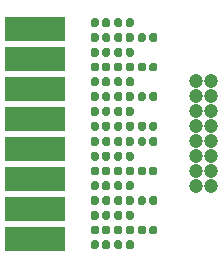
<source format=gbr>
%TF.GenerationSoftware,KiCad,Pcbnew,5.1.6-c6e7f7d~87~ubuntu18.04.1*%
%TF.CreationDate,2020-10-17T23:49:05-07:00*%
%TF.ProjectId,LA_Adapter,4c415f41-6461-4707-9465-722e6b696361,rev?*%
%TF.SameCoordinates,Original*%
%TF.FileFunction,Soldermask,Bot*%
%TF.FilePolarity,Negative*%
%FSLAX46Y46*%
G04 Gerber Fmt 4.6, Leading zero omitted, Abs format (unit mm)*
G04 Created by KiCad (PCBNEW 5.1.6-c6e7f7d~87~ubuntu18.04.1) date 2020-10-17 23:49:05*
%MOMM*%
%LPD*%
G01*
G04 APERTURE LIST*
%ADD10C,1.200000*%
%ADD11R,5.100000X2.100000*%
G04 APERTURE END LIST*
%TO.C,R24*%
G36*
G01*
X26890000Y-112597500D02*
X26890000Y-112202500D01*
G75*
G02*
X27062500Y-112030000I172500J0D01*
G01*
X27407500Y-112030000D01*
G75*
G02*
X27580000Y-112202500I0J-172500D01*
G01*
X27580000Y-112597500D01*
G75*
G02*
X27407500Y-112770000I-172500J0D01*
G01*
X27062500Y-112770000D01*
G75*
G02*
X26890000Y-112597500I0J172500D01*
G01*
G37*
G36*
G01*
X25920000Y-112597500D02*
X25920000Y-112202500D01*
G75*
G02*
X26092500Y-112030000I172500J0D01*
G01*
X26437500Y-112030000D01*
G75*
G02*
X26610000Y-112202500I0J-172500D01*
G01*
X26610000Y-112597500D01*
G75*
G02*
X26437500Y-112770000I-172500J0D01*
G01*
X26092500Y-112770000D01*
G75*
G02*
X25920000Y-112597500I0J172500D01*
G01*
G37*
%TD*%
%TO.C,R23*%
G36*
G01*
X26890000Y-103797500D02*
X26890000Y-103402500D01*
G75*
G02*
X27062500Y-103230000I172500J0D01*
G01*
X27407500Y-103230000D01*
G75*
G02*
X27580000Y-103402500I0J-172500D01*
G01*
X27580000Y-103797500D01*
G75*
G02*
X27407500Y-103970000I-172500J0D01*
G01*
X27062500Y-103970000D01*
G75*
G02*
X26890000Y-103797500I0J172500D01*
G01*
G37*
G36*
G01*
X25920000Y-103797500D02*
X25920000Y-103402500D01*
G75*
G02*
X26092500Y-103230000I172500J0D01*
G01*
X26437500Y-103230000D01*
G75*
G02*
X26610000Y-103402500I0J-172500D01*
G01*
X26610000Y-103797500D01*
G75*
G02*
X26437500Y-103970000I-172500J0D01*
G01*
X26092500Y-103970000D01*
G75*
G02*
X25920000Y-103797500I0J172500D01*
G01*
G37*
%TD*%
%TO.C,R22*%
G36*
G01*
X26890000Y-110097500D02*
X26890000Y-109702500D01*
G75*
G02*
X27062500Y-109530000I172500J0D01*
G01*
X27407500Y-109530000D01*
G75*
G02*
X27580000Y-109702500I0J-172500D01*
G01*
X27580000Y-110097500D01*
G75*
G02*
X27407500Y-110270000I-172500J0D01*
G01*
X27062500Y-110270000D01*
G75*
G02*
X26890000Y-110097500I0J172500D01*
G01*
G37*
G36*
G01*
X25920000Y-110097500D02*
X25920000Y-109702500D01*
G75*
G02*
X26092500Y-109530000I172500J0D01*
G01*
X26437500Y-109530000D01*
G75*
G02*
X26610000Y-109702500I0J-172500D01*
G01*
X26610000Y-110097500D01*
G75*
G02*
X26437500Y-110270000I-172500J0D01*
G01*
X26092500Y-110270000D01*
G75*
G02*
X25920000Y-110097500I0J172500D01*
G01*
G37*
%TD*%
%TO.C,R21*%
G36*
G01*
X26890000Y-101297500D02*
X26890000Y-100902500D01*
G75*
G02*
X27062500Y-100730000I172500J0D01*
G01*
X27407500Y-100730000D01*
G75*
G02*
X27580000Y-100902500I0J-172500D01*
G01*
X27580000Y-101297500D01*
G75*
G02*
X27407500Y-101470000I-172500J0D01*
G01*
X27062500Y-101470000D01*
G75*
G02*
X26890000Y-101297500I0J172500D01*
G01*
G37*
G36*
G01*
X25920000Y-101297500D02*
X25920000Y-100902500D01*
G75*
G02*
X26092500Y-100730000I172500J0D01*
G01*
X26437500Y-100730000D01*
G75*
G02*
X26610000Y-100902500I0J-172500D01*
G01*
X26610000Y-101297500D01*
G75*
G02*
X26437500Y-101470000I-172500J0D01*
G01*
X26092500Y-101470000D01*
G75*
G02*
X25920000Y-101297500I0J172500D01*
G01*
G37*
%TD*%
%TO.C,R20*%
G36*
G01*
X26890000Y-107597500D02*
X26890000Y-107202500D01*
G75*
G02*
X27062500Y-107030000I172500J0D01*
G01*
X27407500Y-107030000D01*
G75*
G02*
X27580000Y-107202500I0J-172500D01*
G01*
X27580000Y-107597500D01*
G75*
G02*
X27407500Y-107770000I-172500J0D01*
G01*
X27062500Y-107770000D01*
G75*
G02*
X26890000Y-107597500I0J172500D01*
G01*
G37*
G36*
G01*
X25920000Y-107597500D02*
X25920000Y-107202500D01*
G75*
G02*
X26092500Y-107030000I172500J0D01*
G01*
X26437500Y-107030000D01*
G75*
G02*
X26610000Y-107202500I0J-172500D01*
G01*
X26610000Y-107597500D01*
G75*
G02*
X26437500Y-107770000I-172500J0D01*
G01*
X26092500Y-107770000D01*
G75*
G02*
X25920000Y-107597500I0J172500D01*
G01*
G37*
%TD*%
%TO.C,R19*%
G36*
G01*
X26890000Y-98797500D02*
X26890000Y-98402500D01*
G75*
G02*
X27062500Y-98230000I172500J0D01*
G01*
X27407500Y-98230000D01*
G75*
G02*
X27580000Y-98402500I0J-172500D01*
G01*
X27580000Y-98797500D01*
G75*
G02*
X27407500Y-98970000I-172500J0D01*
G01*
X27062500Y-98970000D01*
G75*
G02*
X26890000Y-98797500I0J172500D01*
G01*
G37*
G36*
G01*
X25920000Y-98797500D02*
X25920000Y-98402500D01*
G75*
G02*
X26092500Y-98230000I172500J0D01*
G01*
X26437500Y-98230000D01*
G75*
G02*
X26610000Y-98402500I0J-172500D01*
G01*
X26610000Y-98797500D01*
G75*
G02*
X26437500Y-98970000I-172500J0D01*
G01*
X26092500Y-98970000D01*
G75*
G02*
X25920000Y-98797500I0J172500D01*
G01*
G37*
%TD*%
%TO.C,R18*%
G36*
G01*
X26890000Y-105097500D02*
X26890000Y-104702500D01*
G75*
G02*
X27062500Y-104530000I172500J0D01*
G01*
X27407500Y-104530000D01*
G75*
G02*
X27580000Y-104702500I0J-172500D01*
G01*
X27580000Y-105097500D01*
G75*
G02*
X27407500Y-105270000I-172500J0D01*
G01*
X27062500Y-105270000D01*
G75*
G02*
X26890000Y-105097500I0J172500D01*
G01*
G37*
G36*
G01*
X25920000Y-105097500D02*
X25920000Y-104702500D01*
G75*
G02*
X26092500Y-104530000I172500J0D01*
G01*
X26437500Y-104530000D01*
G75*
G02*
X26610000Y-104702500I0J-172500D01*
G01*
X26610000Y-105097500D01*
G75*
G02*
X26437500Y-105270000I-172500J0D01*
G01*
X26092500Y-105270000D01*
G75*
G02*
X25920000Y-105097500I0J172500D01*
G01*
G37*
%TD*%
%TO.C,R17*%
G36*
G01*
X26890000Y-96297500D02*
X26890000Y-95902500D01*
G75*
G02*
X27062500Y-95730000I172500J0D01*
G01*
X27407500Y-95730000D01*
G75*
G02*
X27580000Y-95902500I0J-172500D01*
G01*
X27580000Y-96297500D01*
G75*
G02*
X27407500Y-96470000I-172500J0D01*
G01*
X27062500Y-96470000D01*
G75*
G02*
X26890000Y-96297500I0J172500D01*
G01*
G37*
G36*
G01*
X25920000Y-96297500D02*
X25920000Y-95902500D01*
G75*
G02*
X26092500Y-95730000I172500J0D01*
G01*
X26437500Y-95730000D01*
G75*
G02*
X26610000Y-95902500I0J-172500D01*
G01*
X26610000Y-96297500D01*
G75*
G02*
X26437500Y-96470000I-172500J0D01*
G01*
X26092500Y-96470000D01*
G75*
G02*
X25920000Y-96297500I0J172500D01*
G01*
G37*
%TD*%
D10*
%TO.C,J2*%
X30865000Y-99805000D03*
X32135000Y-99805000D03*
X30865000Y-101075000D03*
X32135000Y-101075000D03*
X30865000Y-102345000D03*
X32135000Y-102345000D03*
X30865000Y-103615000D03*
X32135000Y-103615000D03*
X30865000Y-104885000D03*
X32135000Y-104885000D03*
X30865000Y-106155000D03*
X32135000Y-106155000D03*
X30865000Y-107425000D03*
X32135000Y-107425000D03*
X30865000Y-108695000D03*
X32135000Y-108695000D03*
%TD*%
D11*
%TO.C,J1*%
X17250000Y-113140000D03*
X17250000Y-110600000D03*
X17250000Y-108060000D03*
X17250000Y-105520000D03*
X17250000Y-102980000D03*
X17250000Y-100440000D03*
X17250000Y-97900000D03*
X17250000Y-95360000D03*
%TD*%
%TO.C,R16*%
G36*
G01*
X22610000Y-113452500D02*
X22610000Y-113847500D01*
G75*
G02*
X22437500Y-114020000I-172500J0D01*
G01*
X22092500Y-114020000D01*
G75*
G02*
X21920000Y-113847500I0J172500D01*
G01*
X21920000Y-113452500D01*
G75*
G02*
X22092500Y-113280000I172500J0D01*
G01*
X22437500Y-113280000D01*
G75*
G02*
X22610000Y-113452500I0J-172500D01*
G01*
G37*
G36*
G01*
X23580000Y-113452500D02*
X23580000Y-113847500D01*
G75*
G02*
X23407500Y-114020000I-172500J0D01*
G01*
X23062500Y-114020000D01*
G75*
G02*
X22890000Y-113847500I0J172500D01*
G01*
X22890000Y-113452500D01*
G75*
G02*
X23062500Y-113280000I172500J0D01*
G01*
X23407500Y-113280000D01*
G75*
G02*
X23580000Y-113452500I0J-172500D01*
G01*
G37*
%TD*%
%TO.C,R15*%
G36*
G01*
X24610000Y-113452500D02*
X24610000Y-113847500D01*
G75*
G02*
X24437500Y-114020000I-172500J0D01*
G01*
X24092500Y-114020000D01*
G75*
G02*
X23920000Y-113847500I0J172500D01*
G01*
X23920000Y-113452500D01*
G75*
G02*
X24092500Y-113280000I172500J0D01*
G01*
X24437500Y-113280000D01*
G75*
G02*
X24610000Y-113452500I0J-172500D01*
G01*
G37*
G36*
G01*
X25580000Y-113452500D02*
X25580000Y-113847500D01*
G75*
G02*
X25407500Y-114020000I-172500J0D01*
G01*
X25062500Y-114020000D01*
G75*
G02*
X24890000Y-113847500I0J172500D01*
G01*
X24890000Y-113452500D01*
G75*
G02*
X25062500Y-113280000I172500J0D01*
G01*
X25407500Y-113280000D01*
G75*
G02*
X25580000Y-113452500I0J-172500D01*
G01*
G37*
%TD*%
%TO.C,R14*%
G36*
G01*
X22610000Y-103402500D02*
X22610000Y-103797500D01*
G75*
G02*
X22437500Y-103970000I-172500J0D01*
G01*
X22092500Y-103970000D01*
G75*
G02*
X21920000Y-103797500I0J172500D01*
G01*
X21920000Y-103402500D01*
G75*
G02*
X22092500Y-103230000I172500J0D01*
G01*
X22437500Y-103230000D01*
G75*
G02*
X22610000Y-103402500I0J-172500D01*
G01*
G37*
G36*
G01*
X23580000Y-103402500D02*
X23580000Y-103797500D01*
G75*
G02*
X23407500Y-103970000I-172500J0D01*
G01*
X23062500Y-103970000D01*
G75*
G02*
X22890000Y-103797500I0J172500D01*
G01*
X22890000Y-103402500D01*
G75*
G02*
X23062500Y-103230000I172500J0D01*
G01*
X23407500Y-103230000D01*
G75*
G02*
X23580000Y-103402500I0J-172500D01*
G01*
G37*
%TD*%
%TO.C,R13*%
G36*
G01*
X24610000Y-103402500D02*
X24610000Y-103797500D01*
G75*
G02*
X24437500Y-103970000I-172500J0D01*
G01*
X24092500Y-103970000D01*
G75*
G02*
X23920000Y-103797500I0J172500D01*
G01*
X23920000Y-103402500D01*
G75*
G02*
X24092500Y-103230000I172500J0D01*
G01*
X24437500Y-103230000D01*
G75*
G02*
X24610000Y-103402500I0J-172500D01*
G01*
G37*
G36*
G01*
X25580000Y-103402500D02*
X25580000Y-103797500D01*
G75*
G02*
X25407500Y-103970000I-172500J0D01*
G01*
X25062500Y-103970000D01*
G75*
G02*
X24890000Y-103797500I0J172500D01*
G01*
X24890000Y-103402500D01*
G75*
G02*
X25062500Y-103230000I172500J0D01*
G01*
X25407500Y-103230000D01*
G75*
G02*
X25580000Y-103402500I0J-172500D01*
G01*
G37*
%TD*%
%TO.C,R12*%
G36*
G01*
X22610000Y-110952500D02*
X22610000Y-111347500D01*
G75*
G02*
X22437500Y-111520000I-172500J0D01*
G01*
X22092500Y-111520000D01*
G75*
G02*
X21920000Y-111347500I0J172500D01*
G01*
X21920000Y-110952500D01*
G75*
G02*
X22092500Y-110780000I172500J0D01*
G01*
X22437500Y-110780000D01*
G75*
G02*
X22610000Y-110952500I0J-172500D01*
G01*
G37*
G36*
G01*
X23580000Y-110952500D02*
X23580000Y-111347500D01*
G75*
G02*
X23407500Y-111520000I-172500J0D01*
G01*
X23062500Y-111520000D01*
G75*
G02*
X22890000Y-111347500I0J172500D01*
G01*
X22890000Y-110952500D01*
G75*
G02*
X23062500Y-110780000I172500J0D01*
G01*
X23407500Y-110780000D01*
G75*
G02*
X23580000Y-110952500I0J-172500D01*
G01*
G37*
%TD*%
%TO.C,R11*%
G36*
G01*
X24610000Y-110952500D02*
X24610000Y-111347500D01*
G75*
G02*
X24437500Y-111520000I-172500J0D01*
G01*
X24092500Y-111520000D01*
G75*
G02*
X23920000Y-111347500I0J172500D01*
G01*
X23920000Y-110952500D01*
G75*
G02*
X24092500Y-110780000I172500J0D01*
G01*
X24437500Y-110780000D01*
G75*
G02*
X24610000Y-110952500I0J-172500D01*
G01*
G37*
G36*
G01*
X25580000Y-110952500D02*
X25580000Y-111347500D01*
G75*
G02*
X25407500Y-111520000I-172500J0D01*
G01*
X25062500Y-111520000D01*
G75*
G02*
X24890000Y-111347500I0J172500D01*
G01*
X24890000Y-110952500D01*
G75*
G02*
X25062500Y-110780000I172500J0D01*
G01*
X25407500Y-110780000D01*
G75*
G02*
X25580000Y-110952500I0J-172500D01*
G01*
G37*
%TD*%
%TO.C,R10*%
G36*
G01*
X22610000Y-100902500D02*
X22610000Y-101297500D01*
G75*
G02*
X22437500Y-101470000I-172500J0D01*
G01*
X22092500Y-101470000D01*
G75*
G02*
X21920000Y-101297500I0J172500D01*
G01*
X21920000Y-100902500D01*
G75*
G02*
X22092500Y-100730000I172500J0D01*
G01*
X22437500Y-100730000D01*
G75*
G02*
X22610000Y-100902500I0J-172500D01*
G01*
G37*
G36*
G01*
X23580000Y-100902500D02*
X23580000Y-101297500D01*
G75*
G02*
X23407500Y-101470000I-172500J0D01*
G01*
X23062500Y-101470000D01*
G75*
G02*
X22890000Y-101297500I0J172500D01*
G01*
X22890000Y-100902500D01*
G75*
G02*
X23062500Y-100730000I172500J0D01*
G01*
X23407500Y-100730000D01*
G75*
G02*
X23580000Y-100902500I0J-172500D01*
G01*
G37*
%TD*%
%TO.C,R9*%
G36*
G01*
X24610000Y-100902500D02*
X24610000Y-101297500D01*
G75*
G02*
X24437500Y-101470000I-172500J0D01*
G01*
X24092500Y-101470000D01*
G75*
G02*
X23920000Y-101297500I0J172500D01*
G01*
X23920000Y-100902500D01*
G75*
G02*
X24092500Y-100730000I172500J0D01*
G01*
X24437500Y-100730000D01*
G75*
G02*
X24610000Y-100902500I0J-172500D01*
G01*
G37*
G36*
G01*
X25580000Y-100902500D02*
X25580000Y-101297500D01*
G75*
G02*
X25407500Y-101470000I-172500J0D01*
G01*
X25062500Y-101470000D01*
G75*
G02*
X24890000Y-101297500I0J172500D01*
G01*
X24890000Y-100902500D01*
G75*
G02*
X25062500Y-100730000I172500J0D01*
G01*
X25407500Y-100730000D01*
G75*
G02*
X25580000Y-100902500I0J-172500D01*
G01*
G37*
%TD*%
%TO.C,R8*%
G36*
G01*
X22610000Y-108452500D02*
X22610000Y-108847500D01*
G75*
G02*
X22437500Y-109020000I-172500J0D01*
G01*
X22092500Y-109020000D01*
G75*
G02*
X21920000Y-108847500I0J172500D01*
G01*
X21920000Y-108452500D01*
G75*
G02*
X22092500Y-108280000I172500J0D01*
G01*
X22437500Y-108280000D01*
G75*
G02*
X22610000Y-108452500I0J-172500D01*
G01*
G37*
G36*
G01*
X23580000Y-108452500D02*
X23580000Y-108847500D01*
G75*
G02*
X23407500Y-109020000I-172500J0D01*
G01*
X23062500Y-109020000D01*
G75*
G02*
X22890000Y-108847500I0J172500D01*
G01*
X22890000Y-108452500D01*
G75*
G02*
X23062500Y-108280000I172500J0D01*
G01*
X23407500Y-108280000D01*
G75*
G02*
X23580000Y-108452500I0J-172500D01*
G01*
G37*
%TD*%
%TO.C,R7*%
G36*
G01*
X24610000Y-108452500D02*
X24610000Y-108847500D01*
G75*
G02*
X24437500Y-109020000I-172500J0D01*
G01*
X24092500Y-109020000D01*
G75*
G02*
X23920000Y-108847500I0J172500D01*
G01*
X23920000Y-108452500D01*
G75*
G02*
X24092500Y-108280000I172500J0D01*
G01*
X24437500Y-108280000D01*
G75*
G02*
X24610000Y-108452500I0J-172500D01*
G01*
G37*
G36*
G01*
X25580000Y-108452500D02*
X25580000Y-108847500D01*
G75*
G02*
X25407500Y-109020000I-172500J0D01*
G01*
X25062500Y-109020000D01*
G75*
G02*
X24890000Y-108847500I0J172500D01*
G01*
X24890000Y-108452500D01*
G75*
G02*
X25062500Y-108280000I172500J0D01*
G01*
X25407500Y-108280000D01*
G75*
G02*
X25580000Y-108452500I0J-172500D01*
G01*
G37*
%TD*%
%TO.C,R6*%
G36*
G01*
X22610000Y-98402500D02*
X22610000Y-98797500D01*
G75*
G02*
X22437500Y-98970000I-172500J0D01*
G01*
X22092500Y-98970000D01*
G75*
G02*
X21920000Y-98797500I0J172500D01*
G01*
X21920000Y-98402500D01*
G75*
G02*
X22092500Y-98230000I172500J0D01*
G01*
X22437500Y-98230000D01*
G75*
G02*
X22610000Y-98402500I0J-172500D01*
G01*
G37*
G36*
G01*
X23580000Y-98402500D02*
X23580000Y-98797500D01*
G75*
G02*
X23407500Y-98970000I-172500J0D01*
G01*
X23062500Y-98970000D01*
G75*
G02*
X22890000Y-98797500I0J172500D01*
G01*
X22890000Y-98402500D01*
G75*
G02*
X23062500Y-98230000I172500J0D01*
G01*
X23407500Y-98230000D01*
G75*
G02*
X23580000Y-98402500I0J-172500D01*
G01*
G37*
%TD*%
%TO.C,R5*%
G36*
G01*
X24610000Y-98402500D02*
X24610000Y-98797500D01*
G75*
G02*
X24437500Y-98970000I-172500J0D01*
G01*
X24092500Y-98970000D01*
G75*
G02*
X23920000Y-98797500I0J172500D01*
G01*
X23920000Y-98402500D01*
G75*
G02*
X24092500Y-98230000I172500J0D01*
G01*
X24437500Y-98230000D01*
G75*
G02*
X24610000Y-98402500I0J-172500D01*
G01*
G37*
G36*
G01*
X25580000Y-98402500D02*
X25580000Y-98797500D01*
G75*
G02*
X25407500Y-98970000I-172500J0D01*
G01*
X25062500Y-98970000D01*
G75*
G02*
X24890000Y-98797500I0J172500D01*
G01*
X24890000Y-98402500D01*
G75*
G02*
X25062500Y-98230000I172500J0D01*
G01*
X25407500Y-98230000D01*
G75*
G02*
X25580000Y-98402500I0J-172500D01*
G01*
G37*
%TD*%
%TO.C,R4*%
G36*
G01*
X22610000Y-105952500D02*
X22610000Y-106347500D01*
G75*
G02*
X22437500Y-106520000I-172500J0D01*
G01*
X22092500Y-106520000D01*
G75*
G02*
X21920000Y-106347500I0J172500D01*
G01*
X21920000Y-105952500D01*
G75*
G02*
X22092500Y-105780000I172500J0D01*
G01*
X22437500Y-105780000D01*
G75*
G02*
X22610000Y-105952500I0J-172500D01*
G01*
G37*
G36*
G01*
X23580000Y-105952500D02*
X23580000Y-106347500D01*
G75*
G02*
X23407500Y-106520000I-172500J0D01*
G01*
X23062500Y-106520000D01*
G75*
G02*
X22890000Y-106347500I0J172500D01*
G01*
X22890000Y-105952500D01*
G75*
G02*
X23062500Y-105780000I172500J0D01*
G01*
X23407500Y-105780000D01*
G75*
G02*
X23580000Y-105952500I0J-172500D01*
G01*
G37*
%TD*%
%TO.C,R3*%
G36*
G01*
X24610000Y-105952500D02*
X24610000Y-106347500D01*
G75*
G02*
X24437500Y-106520000I-172500J0D01*
G01*
X24092500Y-106520000D01*
G75*
G02*
X23920000Y-106347500I0J172500D01*
G01*
X23920000Y-105952500D01*
G75*
G02*
X24092500Y-105780000I172500J0D01*
G01*
X24437500Y-105780000D01*
G75*
G02*
X24610000Y-105952500I0J-172500D01*
G01*
G37*
G36*
G01*
X25580000Y-105952500D02*
X25580000Y-106347500D01*
G75*
G02*
X25407500Y-106520000I-172500J0D01*
G01*
X25062500Y-106520000D01*
G75*
G02*
X24890000Y-106347500I0J172500D01*
G01*
X24890000Y-105952500D01*
G75*
G02*
X25062500Y-105780000I172500J0D01*
G01*
X25407500Y-105780000D01*
G75*
G02*
X25580000Y-105952500I0J-172500D01*
G01*
G37*
%TD*%
%TO.C,R2*%
G36*
G01*
X22610000Y-95902500D02*
X22610000Y-96297500D01*
G75*
G02*
X22437500Y-96470000I-172500J0D01*
G01*
X22092500Y-96470000D01*
G75*
G02*
X21920000Y-96297500I0J172500D01*
G01*
X21920000Y-95902500D01*
G75*
G02*
X22092500Y-95730000I172500J0D01*
G01*
X22437500Y-95730000D01*
G75*
G02*
X22610000Y-95902500I0J-172500D01*
G01*
G37*
G36*
G01*
X23580000Y-95902500D02*
X23580000Y-96297500D01*
G75*
G02*
X23407500Y-96470000I-172500J0D01*
G01*
X23062500Y-96470000D01*
G75*
G02*
X22890000Y-96297500I0J172500D01*
G01*
X22890000Y-95902500D01*
G75*
G02*
X23062500Y-95730000I172500J0D01*
G01*
X23407500Y-95730000D01*
G75*
G02*
X23580000Y-95902500I0J-172500D01*
G01*
G37*
%TD*%
%TO.C,R1*%
G36*
G01*
X24610000Y-95902500D02*
X24610000Y-96297500D01*
G75*
G02*
X24437500Y-96470000I-172500J0D01*
G01*
X24092500Y-96470000D01*
G75*
G02*
X23920000Y-96297500I0J172500D01*
G01*
X23920000Y-95902500D01*
G75*
G02*
X24092500Y-95730000I172500J0D01*
G01*
X24437500Y-95730000D01*
G75*
G02*
X24610000Y-95902500I0J-172500D01*
G01*
G37*
G36*
G01*
X25580000Y-95902500D02*
X25580000Y-96297500D01*
G75*
G02*
X25407500Y-96470000I-172500J0D01*
G01*
X25062500Y-96470000D01*
G75*
G02*
X24890000Y-96297500I0J172500D01*
G01*
X24890000Y-95902500D01*
G75*
G02*
X25062500Y-95730000I172500J0D01*
G01*
X25407500Y-95730000D01*
G75*
G02*
X25580000Y-95902500I0J-172500D01*
G01*
G37*
%TD*%
%TO.C,C16*%
G36*
G01*
X22610000Y-112202500D02*
X22610000Y-112597500D01*
G75*
G02*
X22437500Y-112770000I-172500J0D01*
G01*
X22092500Y-112770000D01*
G75*
G02*
X21920000Y-112597500I0J172500D01*
G01*
X21920000Y-112202500D01*
G75*
G02*
X22092500Y-112030000I172500J0D01*
G01*
X22437500Y-112030000D01*
G75*
G02*
X22610000Y-112202500I0J-172500D01*
G01*
G37*
G36*
G01*
X23580000Y-112202500D02*
X23580000Y-112597500D01*
G75*
G02*
X23407500Y-112770000I-172500J0D01*
G01*
X23062500Y-112770000D01*
G75*
G02*
X22890000Y-112597500I0J172500D01*
G01*
X22890000Y-112202500D01*
G75*
G02*
X23062500Y-112030000I172500J0D01*
G01*
X23407500Y-112030000D01*
G75*
G02*
X23580000Y-112202500I0J-172500D01*
G01*
G37*
%TD*%
%TO.C,C15*%
G36*
G01*
X24610000Y-112202500D02*
X24610000Y-112597500D01*
G75*
G02*
X24437500Y-112770000I-172500J0D01*
G01*
X24092500Y-112770000D01*
G75*
G02*
X23920000Y-112597500I0J172500D01*
G01*
X23920000Y-112202500D01*
G75*
G02*
X24092500Y-112030000I172500J0D01*
G01*
X24437500Y-112030000D01*
G75*
G02*
X24610000Y-112202500I0J-172500D01*
G01*
G37*
G36*
G01*
X25580000Y-112202500D02*
X25580000Y-112597500D01*
G75*
G02*
X25407500Y-112770000I-172500J0D01*
G01*
X25062500Y-112770000D01*
G75*
G02*
X24890000Y-112597500I0J172500D01*
G01*
X24890000Y-112202500D01*
G75*
G02*
X25062500Y-112030000I172500J0D01*
G01*
X25407500Y-112030000D01*
G75*
G02*
X25580000Y-112202500I0J-172500D01*
G01*
G37*
%TD*%
%TO.C,C14*%
G36*
G01*
X22610000Y-102152500D02*
X22610000Y-102547500D01*
G75*
G02*
X22437500Y-102720000I-172500J0D01*
G01*
X22092500Y-102720000D01*
G75*
G02*
X21920000Y-102547500I0J172500D01*
G01*
X21920000Y-102152500D01*
G75*
G02*
X22092500Y-101980000I172500J0D01*
G01*
X22437500Y-101980000D01*
G75*
G02*
X22610000Y-102152500I0J-172500D01*
G01*
G37*
G36*
G01*
X23580000Y-102152500D02*
X23580000Y-102547500D01*
G75*
G02*
X23407500Y-102720000I-172500J0D01*
G01*
X23062500Y-102720000D01*
G75*
G02*
X22890000Y-102547500I0J172500D01*
G01*
X22890000Y-102152500D01*
G75*
G02*
X23062500Y-101980000I172500J0D01*
G01*
X23407500Y-101980000D01*
G75*
G02*
X23580000Y-102152500I0J-172500D01*
G01*
G37*
%TD*%
%TO.C,C13*%
G36*
G01*
X24610000Y-102152500D02*
X24610000Y-102547500D01*
G75*
G02*
X24437500Y-102720000I-172500J0D01*
G01*
X24092500Y-102720000D01*
G75*
G02*
X23920000Y-102547500I0J172500D01*
G01*
X23920000Y-102152500D01*
G75*
G02*
X24092500Y-101980000I172500J0D01*
G01*
X24437500Y-101980000D01*
G75*
G02*
X24610000Y-102152500I0J-172500D01*
G01*
G37*
G36*
G01*
X25580000Y-102152500D02*
X25580000Y-102547500D01*
G75*
G02*
X25407500Y-102720000I-172500J0D01*
G01*
X25062500Y-102720000D01*
G75*
G02*
X24890000Y-102547500I0J172500D01*
G01*
X24890000Y-102152500D01*
G75*
G02*
X25062500Y-101980000I172500J0D01*
G01*
X25407500Y-101980000D01*
G75*
G02*
X25580000Y-102152500I0J-172500D01*
G01*
G37*
%TD*%
%TO.C,C12*%
G36*
G01*
X22610000Y-109702500D02*
X22610000Y-110097500D01*
G75*
G02*
X22437500Y-110270000I-172500J0D01*
G01*
X22092500Y-110270000D01*
G75*
G02*
X21920000Y-110097500I0J172500D01*
G01*
X21920000Y-109702500D01*
G75*
G02*
X22092500Y-109530000I172500J0D01*
G01*
X22437500Y-109530000D01*
G75*
G02*
X22610000Y-109702500I0J-172500D01*
G01*
G37*
G36*
G01*
X23580000Y-109702500D02*
X23580000Y-110097500D01*
G75*
G02*
X23407500Y-110270000I-172500J0D01*
G01*
X23062500Y-110270000D01*
G75*
G02*
X22890000Y-110097500I0J172500D01*
G01*
X22890000Y-109702500D01*
G75*
G02*
X23062500Y-109530000I172500J0D01*
G01*
X23407500Y-109530000D01*
G75*
G02*
X23580000Y-109702500I0J-172500D01*
G01*
G37*
%TD*%
%TO.C,C11*%
G36*
G01*
X24610000Y-109702500D02*
X24610000Y-110097500D01*
G75*
G02*
X24437500Y-110270000I-172500J0D01*
G01*
X24092500Y-110270000D01*
G75*
G02*
X23920000Y-110097500I0J172500D01*
G01*
X23920000Y-109702500D01*
G75*
G02*
X24092500Y-109530000I172500J0D01*
G01*
X24437500Y-109530000D01*
G75*
G02*
X24610000Y-109702500I0J-172500D01*
G01*
G37*
G36*
G01*
X25580000Y-109702500D02*
X25580000Y-110097500D01*
G75*
G02*
X25407500Y-110270000I-172500J0D01*
G01*
X25062500Y-110270000D01*
G75*
G02*
X24890000Y-110097500I0J172500D01*
G01*
X24890000Y-109702500D01*
G75*
G02*
X25062500Y-109530000I172500J0D01*
G01*
X25407500Y-109530000D01*
G75*
G02*
X25580000Y-109702500I0J-172500D01*
G01*
G37*
%TD*%
%TO.C,C10*%
G36*
G01*
X22610000Y-99652500D02*
X22610000Y-100047500D01*
G75*
G02*
X22437500Y-100220000I-172500J0D01*
G01*
X22092500Y-100220000D01*
G75*
G02*
X21920000Y-100047500I0J172500D01*
G01*
X21920000Y-99652500D01*
G75*
G02*
X22092500Y-99480000I172500J0D01*
G01*
X22437500Y-99480000D01*
G75*
G02*
X22610000Y-99652500I0J-172500D01*
G01*
G37*
G36*
G01*
X23580000Y-99652500D02*
X23580000Y-100047500D01*
G75*
G02*
X23407500Y-100220000I-172500J0D01*
G01*
X23062500Y-100220000D01*
G75*
G02*
X22890000Y-100047500I0J172500D01*
G01*
X22890000Y-99652500D01*
G75*
G02*
X23062500Y-99480000I172500J0D01*
G01*
X23407500Y-99480000D01*
G75*
G02*
X23580000Y-99652500I0J-172500D01*
G01*
G37*
%TD*%
%TO.C,C9*%
G36*
G01*
X24610000Y-99652500D02*
X24610000Y-100047500D01*
G75*
G02*
X24437500Y-100220000I-172500J0D01*
G01*
X24092500Y-100220000D01*
G75*
G02*
X23920000Y-100047500I0J172500D01*
G01*
X23920000Y-99652500D01*
G75*
G02*
X24092500Y-99480000I172500J0D01*
G01*
X24437500Y-99480000D01*
G75*
G02*
X24610000Y-99652500I0J-172500D01*
G01*
G37*
G36*
G01*
X25580000Y-99652500D02*
X25580000Y-100047500D01*
G75*
G02*
X25407500Y-100220000I-172500J0D01*
G01*
X25062500Y-100220000D01*
G75*
G02*
X24890000Y-100047500I0J172500D01*
G01*
X24890000Y-99652500D01*
G75*
G02*
X25062500Y-99480000I172500J0D01*
G01*
X25407500Y-99480000D01*
G75*
G02*
X25580000Y-99652500I0J-172500D01*
G01*
G37*
%TD*%
%TO.C,C8*%
G36*
G01*
X22610000Y-107202500D02*
X22610000Y-107597500D01*
G75*
G02*
X22437500Y-107770000I-172500J0D01*
G01*
X22092500Y-107770000D01*
G75*
G02*
X21920000Y-107597500I0J172500D01*
G01*
X21920000Y-107202500D01*
G75*
G02*
X22092500Y-107030000I172500J0D01*
G01*
X22437500Y-107030000D01*
G75*
G02*
X22610000Y-107202500I0J-172500D01*
G01*
G37*
G36*
G01*
X23580000Y-107202500D02*
X23580000Y-107597500D01*
G75*
G02*
X23407500Y-107770000I-172500J0D01*
G01*
X23062500Y-107770000D01*
G75*
G02*
X22890000Y-107597500I0J172500D01*
G01*
X22890000Y-107202500D01*
G75*
G02*
X23062500Y-107030000I172500J0D01*
G01*
X23407500Y-107030000D01*
G75*
G02*
X23580000Y-107202500I0J-172500D01*
G01*
G37*
%TD*%
%TO.C,C7*%
G36*
G01*
X24610000Y-107202500D02*
X24610000Y-107597500D01*
G75*
G02*
X24437500Y-107770000I-172500J0D01*
G01*
X24092500Y-107770000D01*
G75*
G02*
X23920000Y-107597500I0J172500D01*
G01*
X23920000Y-107202500D01*
G75*
G02*
X24092500Y-107030000I172500J0D01*
G01*
X24437500Y-107030000D01*
G75*
G02*
X24610000Y-107202500I0J-172500D01*
G01*
G37*
G36*
G01*
X25580000Y-107202500D02*
X25580000Y-107597500D01*
G75*
G02*
X25407500Y-107770000I-172500J0D01*
G01*
X25062500Y-107770000D01*
G75*
G02*
X24890000Y-107597500I0J172500D01*
G01*
X24890000Y-107202500D01*
G75*
G02*
X25062500Y-107030000I172500J0D01*
G01*
X25407500Y-107030000D01*
G75*
G02*
X25580000Y-107202500I0J-172500D01*
G01*
G37*
%TD*%
%TO.C,C6*%
G36*
G01*
X22610000Y-97152500D02*
X22610000Y-97547500D01*
G75*
G02*
X22437500Y-97720000I-172500J0D01*
G01*
X22092500Y-97720000D01*
G75*
G02*
X21920000Y-97547500I0J172500D01*
G01*
X21920000Y-97152500D01*
G75*
G02*
X22092500Y-96980000I172500J0D01*
G01*
X22437500Y-96980000D01*
G75*
G02*
X22610000Y-97152500I0J-172500D01*
G01*
G37*
G36*
G01*
X23580000Y-97152500D02*
X23580000Y-97547500D01*
G75*
G02*
X23407500Y-97720000I-172500J0D01*
G01*
X23062500Y-97720000D01*
G75*
G02*
X22890000Y-97547500I0J172500D01*
G01*
X22890000Y-97152500D01*
G75*
G02*
X23062500Y-96980000I172500J0D01*
G01*
X23407500Y-96980000D01*
G75*
G02*
X23580000Y-97152500I0J-172500D01*
G01*
G37*
%TD*%
%TO.C,C5*%
G36*
G01*
X24610000Y-97152500D02*
X24610000Y-97547500D01*
G75*
G02*
X24437500Y-97720000I-172500J0D01*
G01*
X24092500Y-97720000D01*
G75*
G02*
X23920000Y-97547500I0J172500D01*
G01*
X23920000Y-97152500D01*
G75*
G02*
X24092500Y-96980000I172500J0D01*
G01*
X24437500Y-96980000D01*
G75*
G02*
X24610000Y-97152500I0J-172500D01*
G01*
G37*
G36*
G01*
X25580000Y-97152500D02*
X25580000Y-97547500D01*
G75*
G02*
X25407500Y-97720000I-172500J0D01*
G01*
X25062500Y-97720000D01*
G75*
G02*
X24890000Y-97547500I0J172500D01*
G01*
X24890000Y-97152500D01*
G75*
G02*
X25062500Y-96980000I172500J0D01*
G01*
X25407500Y-96980000D01*
G75*
G02*
X25580000Y-97152500I0J-172500D01*
G01*
G37*
%TD*%
%TO.C,C4*%
G36*
G01*
X22610000Y-104702500D02*
X22610000Y-105097500D01*
G75*
G02*
X22437500Y-105270000I-172500J0D01*
G01*
X22092500Y-105270000D01*
G75*
G02*
X21920000Y-105097500I0J172500D01*
G01*
X21920000Y-104702500D01*
G75*
G02*
X22092500Y-104530000I172500J0D01*
G01*
X22437500Y-104530000D01*
G75*
G02*
X22610000Y-104702500I0J-172500D01*
G01*
G37*
G36*
G01*
X23580000Y-104702500D02*
X23580000Y-105097500D01*
G75*
G02*
X23407500Y-105270000I-172500J0D01*
G01*
X23062500Y-105270000D01*
G75*
G02*
X22890000Y-105097500I0J172500D01*
G01*
X22890000Y-104702500D01*
G75*
G02*
X23062500Y-104530000I172500J0D01*
G01*
X23407500Y-104530000D01*
G75*
G02*
X23580000Y-104702500I0J-172500D01*
G01*
G37*
%TD*%
%TO.C,C3*%
G36*
G01*
X24610000Y-104702500D02*
X24610000Y-105097500D01*
G75*
G02*
X24437500Y-105270000I-172500J0D01*
G01*
X24092500Y-105270000D01*
G75*
G02*
X23920000Y-105097500I0J172500D01*
G01*
X23920000Y-104702500D01*
G75*
G02*
X24092500Y-104530000I172500J0D01*
G01*
X24437500Y-104530000D01*
G75*
G02*
X24610000Y-104702500I0J-172500D01*
G01*
G37*
G36*
G01*
X25580000Y-104702500D02*
X25580000Y-105097500D01*
G75*
G02*
X25407500Y-105270000I-172500J0D01*
G01*
X25062500Y-105270000D01*
G75*
G02*
X24890000Y-105097500I0J172500D01*
G01*
X24890000Y-104702500D01*
G75*
G02*
X25062500Y-104530000I172500J0D01*
G01*
X25407500Y-104530000D01*
G75*
G02*
X25580000Y-104702500I0J-172500D01*
G01*
G37*
%TD*%
%TO.C,C2*%
G36*
G01*
X22610000Y-94652500D02*
X22610000Y-95047500D01*
G75*
G02*
X22437500Y-95220000I-172500J0D01*
G01*
X22092500Y-95220000D01*
G75*
G02*
X21920000Y-95047500I0J172500D01*
G01*
X21920000Y-94652500D01*
G75*
G02*
X22092500Y-94480000I172500J0D01*
G01*
X22437500Y-94480000D01*
G75*
G02*
X22610000Y-94652500I0J-172500D01*
G01*
G37*
G36*
G01*
X23580000Y-94652500D02*
X23580000Y-95047500D01*
G75*
G02*
X23407500Y-95220000I-172500J0D01*
G01*
X23062500Y-95220000D01*
G75*
G02*
X22890000Y-95047500I0J172500D01*
G01*
X22890000Y-94652500D01*
G75*
G02*
X23062500Y-94480000I172500J0D01*
G01*
X23407500Y-94480000D01*
G75*
G02*
X23580000Y-94652500I0J-172500D01*
G01*
G37*
%TD*%
%TO.C,C1*%
G36*
G01*
X24610000Y-94652500D02*
X24610000Y-95047500D01*
G75*
G02*
X24437500Y-95220000I-172500J0D01*
G01*
X24092500Y-95220000D01*
G75*
G02*
X23920000Y-95047500I0J172500D01*
G01*
X23920000Y-94652500D01*
G75*
G02*
X24092500Y-94480000I172500J0D01*
G01*
X24437500Y-94480000D01*
G75*
G02*
X24610000Y-94652500I0J-172500D01*
G01*
G37*
G36*
G01*
X25580000Y-94652500D02*
X25580000Y-95047500D01*
G75*
G02*
X25407500Y-95220000I-172500J0D01*
G01*
X25062500Y-95220000D01*
G75*
G02*
X24890000Y-95047500I0J172500D01*
G01*
X24890000Y-94652500D01*
G75*
G02*
X25062500Y-94480000I172500J0D01*
G01*
X25407500Y-94480000D01*
G75*
G02*
X25580000Y-94652500I0J-172500D01*
G01*
G37*
%TD*%
M02*

</source>
